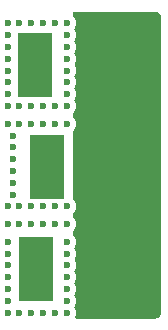
<source format=gbr>
%TF.GenerationSoftware,KiCad,Pcbnew,8.0.7*%
%TF.CreationDate,2025-04-20T00:47:18-04:00*%
%TF.ProjectId,1M_2F,314d5f32-462e-46b6-9963-61645f706362,rev?*%
%TF.SameCoordinates,Original*%
%TF.FileFunction,Copper,L6,Bot*%
%TF.FilePolarity,Positive*%
%FSLAX46Y46*%
G04 Gerber Fmt 4.6, Leading zero omitted, Abs format (unit mm)*
G04 Created by KiCad (PCBNEW 8.0.7) date 2025-04-20 00:47:18*
%MOMM*%
%LPD*%
G01*
G04 APERTURE LIST*
%TA.AperFunction,ComponentPad*%
%ADD10R,3.000000X5.400000*%
%TD*%
%TA.AperFunction,ComponentPad*%
%ADD11R,5.400000X3.000000*%
%TD*%
%TA.AperFunction,ViaPad*%
%ADD12C,0.600000*%
%TD*%
G04 APERTURE END LIST*
D10*
%TO.P,J1,1,Pin_1*%
%TO.N,Net-(J1-Pin_1)*%
X97344600Y-47653300D03*
D11*
%TO.P,J1,2,Pin_2*%
%TO.N,GND*%
X102844600Y-47040800D03*
%TD*%
D10*
%TO.P,J3,1,Pin_1*%
%TO.N,Net-(J1-Pin_1)*%
X96412500Y-56262500D03*
D11*
%TO.P,J3,2,Pin_2*%
%TO.N,GND*%
X102912500Y-56875000D03*
%TD*%
D10*
%TO.P,J2,1,Pin_1*%
%TO.N,Net-(J1-Pin_1)*%
X96337500Y-39050000D03*
D11*
%TO.P,J2,2,Pin_2*%
%TO.N,GND*%
X102837500Y-39662500D03*
%TD*%
D12*
%TO.N,GND*%
X105500000Y-37000000D03*
X100500000Y-59000000D03*
X100500000Y-60000000D03*
X101500000Y-49500000D03*
X104500000Y-42000000D03*
X103500000Y-54000000D03*
X105500000Y-45000000D03*
X103500000Y-42000000D03*
X104500000Y-37000000D03*
X101500000Y-42000000D03*
X101500000Y-45000000D03*
X104500000Y-49500000D03*
X104500000Y-60000000D03*
X102500000Y-54000000D03*
X101500000Y-51000000D03*
X100500000Y-49500000D03*
X100500000Y-45000000D03*
X104500000Y-52500000D03*
X102500000Y-37000000D03*
X103500000Y-51000000D03*
X100500000Y-42000000D03*
X103500000Y-43500000D03*
X100500000Y-35500000D03*
X104500000Y-43500000D03*
X102500000Y-49500000D03*
X105500000Y-51000000D03*
X103500000Y-45000000D03*
X103500000Y-60000000D03*
X104500000Y-54000000D03*
X100500000Y-51000000D03*
X104500000Y-51000000D03*
X103500000Y-49500000D03*
X102500000Y-35500000D03*
X102500000Y-60000000D03*
X105500000Y-43500000D03*
X100500000Y-54000000D03*
X101500000Y-37000000D03*
X103500000Y-35500000D03*
X103500000Y-37000000D03*
X100500000Y-52500000D03*
X105500000Y-60000000D03*
X104500000Y-35500000D03*
X102500000Y-43500000D03*
X101500000Y-54000000D03*
X103500000Y-59000000D03*
X104500000Y-45000000D03*
X102500000Y-51000000D03*
X101500000Y-60000000D03*
X101500000Y-35500000D03*
X102500000Y-45000000D03*
X105500000Y-54000000D03*
X100500000Y-43500000D03*
X105500000Y-59000000D03*
X105500000Y-35500000D03*
X105500000Y-52500000D03*
X105500000Y-49500000D03*
X102500000Y-52500000D03*
X102500000Y-59000000D03*
X105500000Y-42000000D03*
X101500000Y-59000000D03*
X102500000Y-42000000D03*
X100500000Y-37000000D03*
X101500000Y-52500000D03*
X101500000Y-43500000D03*
X104500000Y-59000000D03*
X103500000Y-52500000D03*
%TO.N,Net-(J1-Pin_1)*%
X99000000Y-51000000D03*
X96000000Y-42500000D03*
X94000000Y-60000000D03*
X94000000Y-59000000D03*
X94000000Y-58000000D03*
X97000000Y-42500000D03*
X96000000Y-35500000D03*
X94000000Y-41500000D03*
X99000000Y-56000000D03*
X97000000Y-60000000D03*
X94000000Y-36500000D03*
X99000000Y-38500000D03*
X99000000Y-54000000D03*
X94000000Y-56000000D03*
X94500000Y-49000000D03*
X99000000Y-37500000D03*
X99000000Y-36500000D03*
X95000000Y-52500000D03*
X98000000Y-35500000D03*
X94000000Y-39500000D03*
X99000000Y-52500000D03*
X94500000Y-46000000D03*
X99000000Y-40500000D03*
X99000000Y-60000000D03*
X94000000Y-55000000D03*
X94500000Y-45000000D03*
X97000000Y-52500000D03*
X94000000Y-57000000D03*
X94000000Y-42500000D03*
X94500000Y-47000000D03*
X95000000Y-60000000D03*
X99000000Y-41500000D03*
X98000000Y-60000000D03*
X99000000Y-44000000D03*
X97000000Y-44000000D03*
X96000000Y-52500000D03*
X94000000Y-38500000D03*
X94000000Y-37500000D03*
X99000000Y-42500000D03*
X99000000Y-39500000D03*
X94000000Y-52500000D03*
X97000000Y-51000000D03*
X98000000Y-42500000D03*
X94000000Y-51000000D03*
X94500000Y-50000000D03*
X95000000Y-35500000D03*
X95000000Y-51000000D03*
X96000000Y-60000000D03*
X95000000Y-42500000D03*
X94000000Y-40500000D03*
X99000000Y-35500000D03*
X94000000Y-35500000D03*
X96000000Y-51000000D03*
X98000000Y-52500000D03*
X94500000Y-48000000D03*
X98000000Y-51000000D03*
X99000000Y-55000000D03*
X99000000Y-58000000D03*
X95000000Y-44000000D03*
X96000000Y-44000000D03*
X97000000Y-35500000D03*
X99000000Y-57000000D03*
X94000000Y-44000000D03*
X98000000Y-44000000D03*
X94000000Y-54000000D03*
X99000000Y-59000000D03*
%TD*%
%TA.AperFunction,Conductor*%
%TO.N,GND*%
G36*
X106506922Y-34501280D02*
G01*
X106597266Y-34511459D01*
X106624331Y-34517636D01*
X106703540Y-34545352D01*
X106728553Y-34557398D01*
X106799606Y-34602043D01*
X106821313Y-34619355D01*
X106880644Y-34678686D01*
X106897957Y-34700395D01*
X106942600Y-34771444D01*
X106954648Y-34796462D01*
X106982362Y-34875666D01*
X106988540Y-34902735D01*
X106998720Y-34993076D01*
X106999500Y-35006961D01*
X106999500Y-59993036D01*
X106998720Y-60006921D01*
X106988540Y-60097264D01*
X106982362Y-60124333D01*
X106954648Y-60203537D01*
X106942600Y-60228555D01*
X106897957Y-60299604D01*
X106880644Y-60321313D01*
X106821313Y-60380644D01*
X106799604Y-60397957D01*
X106728555Y-60442600D01*
X106703537Y-60454648D01*
X106624333Y-60482362D01*
X106597264Y-60488540D01*
X106517075Y-60497576D01*
X106506921Y-60498720D01*
X106493038Y-60499500D01*
X99848072Y-60499500D01*
X99781033Y-60479815D01*
X99735278Y-60427011D01*
X99725334Y-60357853D01*
X99731030Y-60334546D01*
X99785367Y-60179257D01*
X99785368Y-60179255D01*
X99793042Y-60111149D01*
X99805565Y-60000003D01*
X99805565Y-59999996D01*
X99785369Y-59820750D01*
X99785368Y-59820745D01*
X99725788Y-59650475D01*
X99672691Y-59565973D01*
X99653690Y-59498736D01*
X99672691Y-59434027D01*
X99725788Y-59349524D01*
X99785368Y-59179254D01*
X99785369Y-59179249D01*
X99805565Y-59000003D01*
X99805565Y-58999996D01*
X99785369Y-58820750D01*
X99785368Y-58820745D01*
X99725788Y-58650475D01*
X99672691Y-58565973D01*
X99653690Y-58498736D01*
X99672691Y-58434027D01*
X99725788Y-58349524D01*
X99785368Y-58179254D01*
X99785369Y-58179249D01*
X99805565Y-58000003D01*
X99805565Y-57999996D01*
X99785369Y-57820750D01*
X99785368Y-57820745D01*
X99725788Y-57650475D01*
X99672691Y-57565973D01*
X99653690Y-57498736D01*
X99672691Y-57434027D01*
X99725788Y-57349524D01*
X99785368Y-57179254D01*
X99785369Y-57179249D01*
X99805565Y-57000003D01*
X99805565Y-56999996D01*
X99785369Y-56820750D01*
X99785368Y-56820745D01*
X99725788Y-56650475D01*
X99672691Y-56565973D01*
X99653690Y-56498736D01*
X99672691Y-56434027D01*
X99725788Y-56349524D01*
X99785368Y-56179254D01*
X99785369Y-56179249D01*
X99805565Y-56000003D01*
X99805565Y-55999996D01*
X99785369Y-55820750D01*
X99785368Y-55820745D01*
X99725788Y-55650475D01*
X99672691Y-55565973D01*
X99653690Y-55498736D01*
X99672691Y-55434027D01*
X99725788Y-55349524D01*
X99785368Y-55179254D01*
X99785369Y-55179249D01*
X99805565Y-55000003D01*
X99805565Y-54999996D01*
X99785369Y-54820750D01*
X99785368Y-54820745D01*
X99725788Y-54650475D01*
X99672691Y-54565973D01*
X99653690Y-54498736D01*
X99672691Y-54434027D01*
X99725788Y-54349524D01*
X99785368Y-54179254D01*
X99785369Y-54179249D01*
X99805565Y-54000003D01*
X99805565Y-53999996D01*
X99785369Y-53820750D01*
X99785368Y-53820745D01*
X99725788Y-53650476D01*
X99629815Y-53497737D01*
X99536319Y-53404241D01*
X99502834Y-53342918D01*
X99500000Y-53316560D01*
X99500000Y-53183440D01*
X99519685Y-53116401D01*
X99536319Y-53095759D01*
X99629816Y-53002262D01*
X99725789Y-52849522D01*
X99785368Y-52679255D01*
X99805565Y-52500000D01*
X99785368Y-52320745D01*
X99725789Y-52150478D01*
X99629816Y-51997738D01*
X99536319Y-51904241D01*
X99502834Y-51842918D01*
X99500000Y-51816560D01*
X99500000Y-51683440D01*
X99519685Y-51616401D01*
X99536319Y-51595759D01*
X99629816Y-51502262D01*
X99725789Y-51349522D01*
X99785368Y-51179255D01*
X99805565Y-51000000D01*
X99785368Y-50820745D01*
X99725789Y-50650478D01*
X99629816Y-50497738D01*
X99536319Y-50404241D01*
X99502834Y-50342918D01*
X99500000Y-50316560D01*
X99500000Y-44683440D01*
X99519685Y-44616401D01*
X99536319Y-44595759D01*
X99629816Y-44502262D01*
X99725789Y-44349522D01*
X99785368Y-44179255D01*
X99805565Y-44000000D01*
X99785368Y-43820745D01*
X99725789Y-43650478D01*
X99629816Y-43497738D01*
X99536319Y-43404241D01*
X99502834Y-43342918D01*
X99500000Y-43316560D01*
X99500000Y-43183440D01*
X99519685Y-43116401D01*
X99536319Y-43095759D01*
X99629816Y-43002262D01*
X99725789Y-42849522D01*
X99785368Y-42679255D01*
X99805565Y-42500000D01*
X99785368Y-42320745D01*
X99725789Y-42150478D01*
X99725788Y-42150475D01*
X99672691Y-42065973D01*
X99653690Y-41998736D01*
X99672691Y-41934027D01*
X99725788Y-41849524D01*
X99785368Y-41679254D01*
X99785369Y-41679249D01*
X99805565Y-41500003D01*
X99805565Y-41499996D01*
X99785369Y-41320750D01*
X99785368Y-41320745D01*
X99725788Y-41150475D01*
X99672691Y-41065973D01*
X99653690Y-40998736D01*
X99672691Y-40934027D01*
X99725788Y-40849524D01*
X99785368Y-40679254D01*
X99785369Y-40679249D01*
X99805565Y-40500003D01*
X99805565Y-40499996D01*
X99785369Y-40320750D01*
X99785368Y-40320745D01*
X99725788Y-40150475D01*
X99672691Y-40065973D01*
X99653690Y-39998736D01*
X99672691Y-39934027D01*
X99725788Y-39849524D01*
X99785368Y-39679254D01*
X99785369Y-39679249D01*
X99805565Y-39500003D01*
X99805565Y-39499996D01*
X99785369Y-39320750D01*
X99785368Y-39320745D01*
X99725788Y-39150475D01*
X99672691Y-39065973D01*
X99653690Y-38998736D01*
X99672691Y-38934027D01*
X99725788Y-38849524D01*
X99785368Y-38679254D01*
X99785369Y-38679249D01*
X99805565Y-38500003D01*
X99805565Y-38499996D01*
X99785369Y-38320750D01*
X99785368Y-38320745D01*
X99725788Y-38150475D01*
X99672691Y-38065973D01*
X99653690Y-37998736D01*
X99672691Y-37934027D01*
X99725788Y-37849524D01*
X99785368Y-37679254D01*
X99785369Y-37679249D01*
X99805565Y-37500003D01*
X99805565Y-37499996D01*
X99785369Y-37320750D01*
X99785368Y-37320745D01*
X99725788Y-37150475D01*
X99672691Y-37065973D01*
X99653690Y-36998736D01*
X99672691Y-36934027D01*
X99725788Y-36849524D01*
X99785368Y-36679254D01*
X99785369Y-36679249D01*
X99805565Y-36500003D01*
X99805565Y-36499996D01*
X99785369Y-36320750D01*
X99785368Y-36320745D01*
X99725788Y-36150475D01*
X99672691Y-36065973D01*
X99653690Y-35998736D01*
X99672691Y-35934027D01*
X99725788Y-35849524D01*
X99785368Y-35679254D01*
X99785369Y-35679249D01*
X99805565Y-35500003D01*
X99805565Y-35499996D01*
X99785369Y-35320750D01*
X99785368Y-35320745D01*
X99725788Y-35150476D01*
X99629815Y-34997737D01*
X99536319Y-34904241D01*
X99502834Y-34842918D01*
X99500000Y-34816560D01*
X99500000Y-34624500D01*
X99519685Y-34557461D01*
X99572489Y-34511706D01*
X99624000Y-34500500D01*
X106434108Y-34500500D01*
X106493038Y-34500500D01*
X106506922Y-34501280D01*
G37*
%TD.AperFunction*%
%TD*%
M02*

</source>
